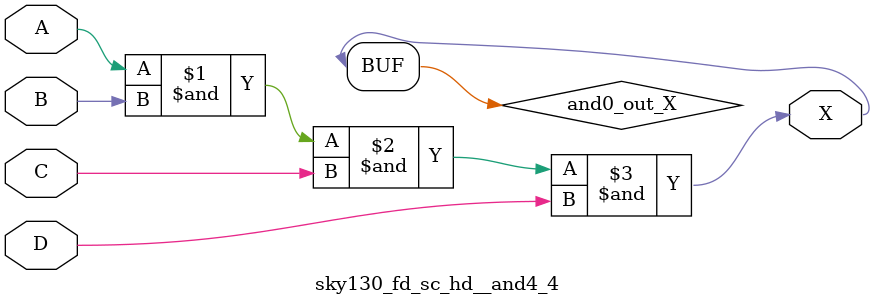
<source format=v>
/*
 * Copyright 2020 The SkyWater PDK Authors
 *
 * Licensed under the Apache License, Version 2.0 (the "License");
 * you may not use this file except in compliance with the License.
 * You may obtain a copy of the License at
 *
 *     https://www.apache.org/licenses/LICENSE-2.0
 *
 * Unless required by applicable law or agreed to in writing, software
 * distributed under the License is distributed on an "AS IS" BASIS,
 * WITHOUT WARRANTIES OR CONDITIONS OF ANY KIND, either express or implied.
 * See the License for the specific language governing permissions and
 * limitations under the License.
 *
 * SPDX-License-Identifier: Apache-2.0
*/


`ifndef SKY130_FD_SC_HD__AND4_4_FUNCTIONAL_V
`define SKY130_FD_SC_HD__AND4_4_FUNCTIONAL_V

/**
 * and4: 4-input AND.
 *
 * Verilog simulation functional model.
 */

`timescale 1ns / 1ps
`default_nettype none

`celldefine
module sky130_fd_sc_hd__and4_4 (
    X,
    A,
    B,
    C,
    D
);

    // Module ports
    output X;
    input  A;
    input  B;
    input  C;
    input  D;

    // Local signals
    wire and0_out_X;

    //  Name  Output      Other arguments
    and and0 (and0_out_X, A, B, C, D     );
    buf buf0 (X         , and0_out_X     );

endmodule
`endcelldefine

`default_nettype wire
`endif  // SKY130_FD_SC_HD__AND4_4_FUNCTIONAL_V

</source>
